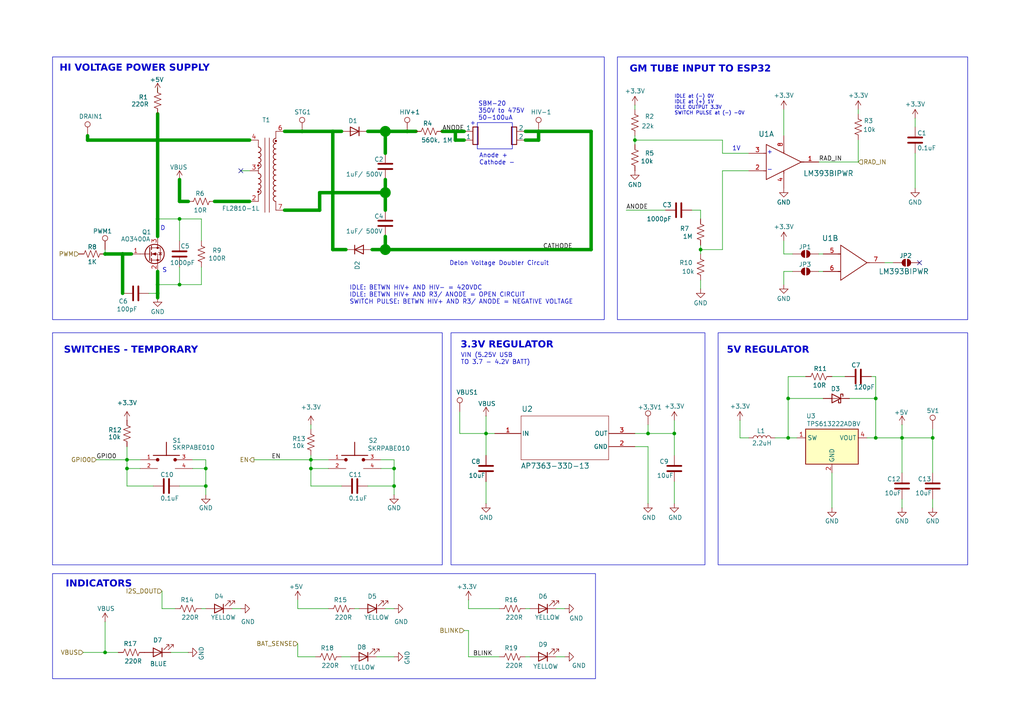
<source format=kicad_sch>
(kicad_sch (version 20250114) (generator "eeschema") (generator_version "9.0")
  (paper "A4")
  (rectangle (start 15.24 166.37) (end 172.72 196.85))
  (rectangle (start 138.43 35.56) (end 148.59 43.18))
  (rectangle (start 15.24 16.51) (end 175.26 92.71))
  (rectangle (start 208.28 96.52) (end 280.67 163.83))
  (rectangle (start 179.07 16.51) (end 280.67 92.71))
  (rectangle (start 130.81 96.52) (end 204.47 163.83))
  (rectangle (start 301.752 32.512) (end 365.252 48.768))
  (text "5V REGULATOR" (at 210.82 103.378 0) (effects (font (size 2 2) (thickness 0.4064) (bold yes)) (justify left bottom)))
  (text "GM TUBE INPUT TO ESP32" (at 182.626 21.844 0) (effects (font (size 2 2) (thickness 0.4064) (bold yes)) (justify left bottom)))
  (text "INDICATORS" (at 19.05 171.196 0) (effects (font (size 2 2) (thickness 0.4064) (bold yes)) (justify left bottom)))
  (text "-" (at 223.266 49.276 0) (effects (font (size 1.27 1.27))))
  (text "+" (at 137.16 35.814 0) (effects (font (size 1.27 1.27))))
  (text "HI VOLTAGE POWER SUPPLY" (at 17.272 21.59 0) (effects (font (size 2 2) (thickness 0.4064) (bold yes)) (justify left bottom)))
  (text "If the voltage at the inverting terminal (-) is \ngreater than the voltage at the noninverting terminal (+), \nthen the output of the op amp will be drawn down to ground, \nallowing electricity to flow from VCC to ground, turning on the output device. \n\nIf the voltage at the inverting terminal (-) is less than at the noninverting terminal (+), \nthen the output of the op amp stays at VCC allowing no electricity to flow, \nsince there is no electric potential difference across the output device.\n\n" (at 302.768 20.574 0) (effects (font (size 1.27 1.27)) (justify left)))
  (text "S" (at 47.752 78.486 0) (effects (font (size 1.27 1.27))))
  (text "Delon Voltage Doubler Circuit" (at 144.78 76.454 0) (effects (font (size 1.27 1.27))))
  (text "From SBM-20 datasheet\n-Typical current per pulse: ~100 µA.\n-Plateau slope: ~0.1% per volt (small deviations mean the \nresistor can adjust the voltage across the tube effectively).\n-Power Dissipation: The resistor must handle the continuous\ncurrent and occasional pulses:\nP=I^2⋅R\n" (at 303.53 40.64 0) (effects (font (size 1.27 1.27)) (justify left)))
  (text "1V" (at 212.344 43.18 0) (effects (font (size 1.27 1.27)) (justify left)))
  (text "VIN (5.25V USB \nTO 3.7 - 4.2V BATT)" (at 133.604 104.14 0) (effects (font (size 1.27 1.27)) (justify left)))
  (text "3.3V REGULATOR" (at 133.604 101.854 0) (effects (font (size 2 2) (thickness 0.4064) (bold yes)) (justify left bottom)))
  (text "SWITCHES - TEMPORARY" (at 18.542 103.378 0) (effects (font (size 2 2) (thickness 1.016) (bold yes)) (justify left bottom)))
  (text "Anode +\nCathode -" (at 138.938 46.228 0) (effects (font (size 1.27 1.27)) (justify left)))
  (text "SBM-20\n350V to 475V\n50-100uA" (at 138.684 32.258 0) (effects (font (size 1.27 1.27)) (justify left)))
  (text "IDLE at (-) 0V\nIDLE at (+) 1V\nIDLE OUTPUT 3.3V\nSWITCH PULSE at (-) -0V" (at 195.58 30.48 0) (effects (font (size 1 1)) (justify left)))
  (text "IDLE: BETWN HIV+ AND HIV- = 420VDC\nIDLE: BETWN HIV+ AND R3/ ANODE = OPEN CIRCUIT\nSWITCH PULSE: BETWN HIV+ AND R3/ ANODE = NEGATIVE VOLTAGE " (at 101.346 85.598 0) (effects (font (size 1.27 1.27)) (justify left)))
  (text "+" (at 223.266 44.196 0) (effects (font (size 1.27 1.27))))
  (text "D" (at 47.244 66.294 0) (effects (font (size 1.27 1.27))))
  (junction (at 45.72 40.64) (diameter 1))
  (junction (at 59.69 140.97))
  (junction (at 36.83 135.89))
  (junction (at 156.21 38.1))
  (junction (at 228.6 127))
  (junction (at 30.48 73.66))
  (junction (at 90.17 135.89))
  (junction (at 30.48 189.23))
  (junction (at 114.3 140.97))
  (junction (at 270.51 127))
  (junction (at 118.11 38.1))
  (junction (at 45.72 85.09))
  (junction (at 261.62 127))
  (junction (at 140.97 125.73))
  (junction (at 254 115.57))
  (junction (at 203.2 72.39))
  (junction (at 111.76 55.88) (diameter 3))
  (junction (at 35.56 73.66))
  (junction (at 45.72 82.55))
  (junction (at 52.07 82.55))
  (junction (at 36.83 133.35))
  (junction (at 132.08 38.1))
  (junction (at 111.76 72.39) (diameter 3))
  (junction (at 187.96 125.73))
  (junction (at 87.63 38.1))
  (junction (at 228.6 115.57))
  (junction (at 90.17 133.35))
  (junction (at 45.72 63.5))
  (junction (at 195.58 125.73))
  (junction (at 114.3 135.89))
  (junction (at 111.76 38.1) (diameter 3))
  (junction (at 59.69 135.89))
  (junction (at 96.52 38.1))
  (junction (at 254 127))
  (junction (at 52.07 63.5))
  (junction (at 184.15 40.64))
  (no_connect (at 69.85 49.53))
  (no_connect (at 266.7 76.2))
  (wire (pts (xy 161.29 176.53) (xy 163.83 176.53)))
  (wire (pts (xy 86.36 190.5) (xy 91.44 190.5)))
  (wire (pts (xy 52.07 52.07) (xy 52.07 58.42)) (stroke (width 1)))
  (wire (pts (xy 58.42 63.5) (xy 58.42 69.85)))
  (wire (pts (xy 69.85 49.53) (xy 72.39 49.53)))
  (wire (pts (xy 36.83 133.35) (xy 36.83 135.89)))
  (polyline (pts (xy 15.24 96.52) (xy 128.27 96.52)))
  (wire (pts (xy 45.72 25.4) (xy 45.72 26.67)))
  (wire (pts (xy 237.49 46.99) (xy 248.92 46.99)))
  (wire (pts (xy 30.48 72.39) (xy 30.48 73.66)))
  (wire (pts (xy 184.15 30.48) (xy 184.15 31.75)))
  (wire (pts (xy 55.88 135.89) (xy 59.69 135.89)))
  (wire (pts (xy 96.52 38.1) (xy 96.52 72.39)) (stroke (width 1)))
  (wire (pts (xy 184.15 125.73) (xy 187.96 125.73)))
  (wire (pts (xy 152.4 40.64) (xy 156.21 40.64)) (stroke (width 1)))
  (wire (pts (xy 36.83 135.89) (xy 36.83 140.97)))
  (wire (pts (xy 152.4 176.53) (xy 153.67 176.53)))
  (wire (pts (xy 86.36 186.69) (xy 86.36 190.5)))
  (wire (pts (xy 184.15 39.37) (xy 184.15 40.64)))
  (wire (pts (xy 52.07 82.55) (xy 45.72 82.55)))
  (wire (pts (xy 111.76 68.58) (xy 111.76 72.39)) (stroke (width 1)))
  (wire (pts (xy 254 127) (xy 261.62 127)))
  (wire (pts (xy 52.07 63.5) (xy 45.72 63.5)))
  (wire (pts (xy 227.33 78.74) (xy 227.33 82.55)))
  (wire (pts (xy 114.3 133.35) (xy 110.49 133.35)))
  (wire (pts (xy 52.07 77.47) (xy 52.07 82.55)))
  (wire (pts (xy 114.3 135.89) (xy 114.3 140.97)))
  (wire (pts (xy 90.17 133.35) (xy 90.17 135.89)))
  (wire (pts (xy 86.36 173.99) (xy 86.36 176.53)))
  (wire (pts (xy 45.72 85.09) (xy 45.72 82.55)))
  (wire (pts (xy 111.76 55.88) (xy 111.76 60.96)) (stroke (width 1)))
  (wire (pts (xy 92.71 55.88) (xy 111.76 55.88)) (stroke (width 1)))
  (wire (pts (xy 59.69 135.89) (xy 59.69 140.97)))
  (wire (pts (xy 248.92 40.64) (xy 248.92 46.99)))
  (wire (pts (xy 252.73 109.22) (xy 254 109.22)))
  (wire (pts (xy 140.97 120.65) (xy 140.97 125.73)))
  (wire (pts (xy 59.69 140.97) (xy 59.69 143.51)))
  (wire (pts (xy 24.13 189.23) (xy 30.48 189.23)))
  (wire (pts (xy 36.83 129.54) (xy 36.83 133.35)))
  (wire (pts (xy 90.17 132.08) (xy 90.17 133.35)))
  (wire (pts (xy 46.99 171.45) (xy 46.99 176.53)))
  (wire (pts (xy 246.38 115.57) (xy 254 115.57)))
  (wire (pts (xy 111.76 44.45) (xy 111.76 38.1)) (stroke (width 1)))
  (wire (pts (xy 111.76 38.1) (xy 118.11 38.1)) (stroke (width 1)))
  (wire (pts (xy 46.99 176.53) (xy 50.8 176.53)))
  (wire (pts (xy 265.43 34.29) (xy 265.43 36.83)))
  (wire (pts (xy 128.27 38.1) (xy 132.08 38.1)) (stroke (width 1)))
  (wire (pts (xy 43.18 85.09) (xy 45.72 85.09)))
  (wire (pts (xy 45.72 33.02) (xy 45.72 40.64)) (stroke (width 1)))
  (wire (pts (xy 135.89 176.53) (xy 144.78 176.53)))
  (wire (pts (xy 241.3 109.22) (xy 245.11 109.22)))
  (wire (pts (xy 237.49 78.74) (xy 238.76 78.74)))
  (wire (pts (xy 90.17 140.97) (xy 90.17 135.89)))
  (wire (pts (xy 25.4 40.64) (xy 45.72 40.64)) (stroke (width 1)))
  (wire (pts (xy 261.62 127) (xy 270.51 127)))
  (wire (pts (xy 96.52 38.1) (xy 99.06 38.1)) (stroke (width 1)))
  (wire (pts (xy 132.08 40.64) (xy 132.08 38.1)) (stroke (width 1)))
  (wire (pts (xy 203.2 81.28) (xy 203.2 83.82)))
  (wire (pts (xy 209.55 44.45) (xy 217.17 44.45)))
  (wire (pts (xy 140.97 125.73) (xy 133.35 125.73)))
  (wire (pts (xy 261.62 127) (xy 261.62 123.19)))
  (wire (pts (xy 134.62 40.64) (xy 132.08 40.64)) (stroke (width 1)))
  (wire (pts (xy 106.68 140.97) (xy 114.3 140.97)))
  (wire (pts (xy 195.58 125.73) (xy 195.58 132.08)))
  (wire (pts (xy 52.07 63.5) (xy 58.42 63.5)))
  (wire (pts (xy 90.17 135.89) (xy 95.25 135.89)))
  (wire (pts (xy 209.55 40.64) (xy 209.55 44.45)))
  (wire (pts (xy 87.63 38.1) (xy 96.52 38.1)) (stroke (width 1)))
  (wire (pts (xy 82.55 38.1) (xy 87.63 38.1)) (stroke (width 1)))
  (wire (pts (xy 217.17 49.53) (xy 209.55 49.53)))
  (wire (pts (xy 132.08 38.1) (xy 134.62 38.1)) (stroke (width 1)))
  (wire (pts (xy 200.66 60.96) (xy 203.2 60.96)))
  (wire (pts (xy 55.88 133.35) (xy 59.69 133.35)))
  (polyline (pts (xy 128.27 163.83) (xy 128.27 96.52)))
  (wire (pts (xy 187.96 123.19) (xy 187.96 125.73)))
  (wire (pts (xy 187.96 125.73) (xy 195.58 125.73)))
  (wire (pts (xy 140.97 125.73) (xy 140.97 132.08)))
  (polyline (pts (xy 15.24 96.52) (xy 15.24 163.83)))
  (wire (pts (xy 251.46 127) (xy 254 127)))
  (wire (pts (xy 67.31 176.53) (xy 69.85 176.53)))
  (wire (pts (xy 36.83 133.35) (xy 40.64 133.35)))
  (wire (pts (xy 228.6 109.22) (xy 228.6 115.57)))
  (wire (pts (xy 228.6 115.57) (xy 238.76 115.57)))
  (wire (pts (xy 209.55 49.53) (xy 209.55 72.39)))
  (wire (pts (xy 203.2 60.96) (xy 203.2 63.5)))
  (wire (pts (xy 254 115.57) (xy 254 127)))
  (wire (pts (xy 35.56 85.09) (xy 35.56 73.66)) (stroke (width 1)))
  (wire (pts (xy 237.49 73.66) (xy 238.76 73.66)))
  (wire (pts (xy 45.72 78.74) (xy 45.72 82.55)) (stroke (width 1)))
  (wire (pts (xy 92.71 60.96) (xy 82.55 60.96)) (stroke (width 1)))
  (wire (pts (xy 227.33 73.66) (xy 227.33 69.85)))
  (wire (pts (xy 209.55 72.39) (xy 203.2 72.39)))
  (wire (pts (xy 195.58 121.92) (xy 195.58 125.73)))
  (wire (pts (xy 36.83 140.97) (xy 44.45 140.97)))
  (wire (pts (xy 110.49 135.89) (xy 114.3 135.89)))
  (wire (pts (xy 45.72 63.5) (xy 45.72 68.58)) (stroke (width 1)))
  (wire (pts (xy 49.53 189.23) (xy 54.61 189.23)))
  (wire (pts (xy 248.92 31.75) (xy 248.92 33.02)))
  (wire (pts (xy 187.96 129.54) (xy 187.96 146.05)))
  (wire (pts (xy 99.06 140.97) (xy 90.17 140.97)))
  (wire (pts (xy 203.2 72.39) (xy 203.2 73.66)))
  (wire (pts (xy 270.51 124.46) (xy 270.51 127)))
  (wire (pts (xy 171.45 38.1) (xy 171.45 72.39)) (stroke (width 1)))
  (wire (pts (xy 135.89 182.88) (xy 134.62 182.88)))
  (wire (pts (xy 184.15 40.64) (xy 184.15 41.91)))
  (wire (pts (xy 135.89 190.5) (xy 144.78 190.5)))
  (wire (pts (xy 156.21 40.64) (xy 156.21 38.1)) (stroke (width 1)))
  (wire (pts (xy 30.48 189.23) (xy 34.29 189.23)))
  (wire (pts (xy 25.4 40.64) (xy 25.4 39.37)) (stroke (width 1)))
  (wire (pts (xy 52.07 140.97) (xy 59.69 140.97)))
  (wire (pts (xy 100.33 72.39) (xy 96.52 72.39)) (stroke (width 1)))
  (wire (pts (xy 36.83 135.89) (xy 40.64 135.89)))
  (wire (pts (xy 227.33 78.74) (xy 229.87 78.74)))
  (wire (pts (xy 152.4 190.5) (xy 153.67 190.5)))
  (wire (pts (xy 114.3 140.97) (xy 114.3 143.51)))
  (wire (pts (xy 106.68 38.1) (xy 111.76 38.1)) (stroke (width 1)))
  (wire (pts (xy 30.48 180.34) (xy 30.48 189.23)))
  (wire (pts (xy 135.89 173.99) (xy 135.89 176.53)))
  (wire (pts (xy 27.94 133.35) (xy 36.83 133.35)))
  (wire (pts (xy 261.62 127) (xy 261.62 137.16)))
  (wire (pts (xy 135.89 182.88) (xy 135.89 190.5)))
  (wire (pts (xy 58.42 176.53) (xy 59.69 176.53)))
  (wire (pts (xy 58.42 82.55) (xy 52.07 82.55)))
  (wire (pts (xy 140.97 125.73) (xy 143.51 125.73)))
  (wire (pts (xy 59.69 133.35) (xy 59.69 135.89)))
  (wire (pts (xy 45.72 82.55) (xy 45.72 85.09)) (stroke (width 1)))
  (wire (pts (xy 111.76 72.39) (xy 107.95 72.39)) (stroke (width 1)))
  (wire (pts (xy 45.72 40.64) (xy 45.72 63.5)) (stroke (width 1)))
  (wire (pts (xy 102.87 176.53) (xy 104.14 176.53)))
  (wire (pts (xy 58.42 77.47) (xy 58.42 82.55)))
  (wire (pts (xy 241.3 137.16) (xy 241.3 147.32)))
  (wire (pts (xy 203.2 71.12) (xy 203.2 72.39)))
  (wire (pts (xy 118.11 38.1) (xy 120.65 38.1)) (stroke (width 1)))
  (wire (pts (xy 228.6 115.57) (xy 228.6 127)))
  (wire (pts (xy 214.63 121.92) (xy 214.63 127)))
  (wire (pts (xy 156.21 38.1) (xy 171.45 38.1)) (stroke (width 1)))
  (wire (pts (xy 62.23 58.42) (xy 72.39 58.42)) (stroke (width 1)))
  (wire (pts (xy 254 109.22) (xy 254 115.57)))
  (wire (pts (xy 140.97 139.7) (xy 140.97 146.05)))
  (wire (pts (xy 114.3 135.89) (xy 114.3 133.35)))
  (wire (pts (xy 111.76 72.39) (xy 171.45 72.39)) (stroke (width 1)))
  (wire (pts (xy 184.15 129.54) (xy 187.96 129.54)))
  (wire (pts (xy 90.17 123.19) (xy 90.17 124.46)))
  (wire (pts (xy 270.51 127) (xy 270.51 137.16)))
  (wire (pts (xy 111.76 176.53) (xy 114.3 176.53)))
  (wire (pts (xy 228.6 127) (xy 231.14 127)))
  (wire (pts (xy 261.62 144.78) (xy 261.62 147.32)))
  (wire (pts (xy 195.58 139.7) (xy 195.58 146.05)))
  (wire (pts (xy 99.06 190.5) (xy 101.6 190.5)))
  (wire (pts (xy 86.36 176.53) (xy 95.25 176.53)))
  (wire (pts (xy 256.54 76.2) (xy 259.08 76.2)))
  (wire (pts (xy 111.76 52.07) (xy 111.76 55.88)) (stroke (width 1)))
  (wire (pts (xy 228.6 109.22) (xy 233.68 109.22)))
  (wire (pts (xy 270.51 144.78) (xy 270.51 147.32)))
  (wire (pts (xy 35.56 73.66) (xy 38.1 73.66)) (stroke (width 1)))
  (wire (pts (xy 109.22 190.5) (xy 114.3 190.5)))
  (polyline (pts (xy 15.24 163.83) (xy 128.27 163.83)))
  (wire (pts (xy 52.07 63.5) (xy 52.07 69.85)))
  (wire (pts (xy 181.61 60.96) (xy 193.04 60.96)))
  (wire (pts (xy 227.33 31.75) (xy 227.33 39.37)))
  (wire (pts (xy 224.79 127) (xy 228.6 127)))
  (wire (pts (xy 45.72 40.64) (xy 72.39 40.64)) (stroke (width 1)))
  (wire (pts (xy 184.15 40.64) (xy 209.55 40.64)))
  (wire (pts (xy 229.87 73.66) (xy 227.33 73.66)))
  (wire (pts (xy 92.71 55.88) (xy 92.71 60.96)) (stroke (width 1)))
  (wire (pts (xy 45.72 85.09) (xy 45.72 86.36)) (stroke (width 1)))
  (wire (pts (xy 133.35 125.73) (xy 133.35 119.38)))
  (wire (pts (xy 161.29 190.5) (xy 163.83 190.5)))
  (wire (pts (xy 265.43 44.45) (xy 265.43 54.61)))
  (wire (pts (xy 152.4 38.1) (xy 156.21 38.1)) (stroke (width 1)))
  (wire (pts (xy 52.07 58.42) (xy 54.61 58.42)) (stroke (width 1)))
  (wire (pts (xy 214.63 127) (xy 217.17 127)))
  (wire (pts (xy 73.66 133.35) (xy 90.17 133.35)))
  (wire (pts (xy 90.17 133.35) (xy 95.25 133.35)))
  (wire (pts (xy 30.48 73.66) (xy 35.56 73.66)) (stroke (width 1)))
  (label "ANODE" (at 128.27 38.1 0))
  (label "ANODE" (at 181.61 60.96 0))
  (label "GPIO0" (at 27.94 133.35 0))
  (label "BLINK" (at 137.16 190.5 0))
  (label "EN" (at 78.74 133.35 0))
  (label "RAD_IN" (at 237.49 46.99 0))
  (label "CATHODE" (at 157.48 72.39 0))
  (hierarchical_label "BAT_SENSE" (shape input) (at 86.36 186.69 180))
  (hierarchical_label "PWM" (shape input) (at 22.86 73.66 180))
  (hierarchical_label "GPIO0" (shape input) (at 27.94 133.35 180))
  (hierarchical_label "BLINK" (shape input) (at 134.62 182.88 180))
  (hierarchical_label "I2S_DOUT" (shape input) (at 46.99 171.45 180))
  (hierarchical_label "RAD_IN" (shape input) (at 248.92 46.99 0))
  (hierarchical_label "EN" (shape output) (at 73.66 133.35 180))
  (hierarchical_label "VBUS" (shape input) (at 24.13 189.23 180))
  (symbol (lib_id "Jumper:SolderJumper_2_Open") (at 233.68 73.66 180) (unit 1)
    (property "Reference" "JP1" (at 231.648 71.628 0) (effects (justify right)))
    (property "Value" "SolderJumper_2_Open" (effects (hide yes)))
    (property "Footprint" "Jumper:SolderJumper-2_P1.3mm_Open_RoundedPad1.0x1.5mm" (effects (hide yes)))
    (property "Description" "Solder Jumper, 2-pole, open" (effects (hide yes)))
  )
  (symbol (lib_name "C_2") (lib_id "Device:C") (at 111.76 64.77 180) (unit 1)
    (property "Reference" "C4" (at 111.252 62.738 0) (effects (justify left)))
    (property "Value" "1uF/ 500V" (at 110.998 67.056 0) (effects (justify left)))
    (property "Footprint" "Capacitor_SMD:C_2220_5750Metric" (effects (hide yes)))
    (property "Description" "Polarized capacitor" (effects (hide yes)))
    (property "MPN" "CHV2220N500105KXT" (effects (hide yes)))
  )
  (symbol (lib_name "C_3") (lib_id "Device:C") (at 39.37 85.09 90) (unit 1)
    (property "Reference" "C6" (at 37.084 87.376 90) (effects (justify left)))
    (property "Value" "100pF" (at 39.878 89.662 90) (effects (justify left)))
    (property "Footprint" "Capacitor_SMD:C_0805_2012Metric" (effects (hide yes)))
    (property "Description" "Unpolarized capacitor" (effects (hide yes)))
    (property "MPN" "C0805C101J5GACTU" (effects (hide yes)))
    (property "ALT MPN" "C0805C471K5RACTU" (effects (hide yes)))
  )
  (symbol (lib_name "LM393BIPWR_1") (lib_id "LM393BIPWR:LM393BIPWR") (at 238.76 73.66 0) (unit 2)
    (property "Reference" "U1" (at 240.792 69.088 0) (effects (font (size 1.524 1.524))))
    (property "Value" "LM393BIPWR" (at 262.128 78.74 0) (effects (font (size 1.524 1.524))))
    (property "Footprint" "LM393BIPWR:PW0008A-MFG" (effects (hide yes)))
    (property "Datasheet" "LM393BIPWR" (effects (hide yes)))
  )
  (symbol (lib_id "power:GND") (at 54.61 189.23 90) (unit 1)
    (property "Reference" "#PWR034" (effects (hide yes)))
    (property "Value" "GND" (at 58.42 187.452 0) (effects (justify right)))
  )
  (symbol (lib_id "Device:C") (at 102.87 140.97 270) (unit 1)
    (property "Reference" "C11" (at 101.092 137.668 90) (effects (justify left)))
    (property "Value" "0.1uF" (at 101.092 144.526 90) (effects (justify left)))
    (property "Footprint" "Capacitor_SMD:C_0805_2012Metric" (effects (hide yes)))
    (property "Datasheet" "https://www.digikey.com/en/products/detail/yageo/CC0805KRX7R9BB104/302874" (effects (hide yes)))
    (property "Description" "Unpolarized capacitor" (effects (hide yes)))
    (property "MPN" "CC0805KRX7R9BB104" (effects (hide yes)))
  )
  (symbol (lib_id "Device:C") (at 265.43 40.64 180) (unit 1)
    (property "Reference" "C1" (at 268.732 38.608 0) (effects (justify left)))
    (property "Value" "0.1uF" (at 271.526 42.926 0) (effects (justify left)))
    (property "Footprint" "Capacitor_SMD:C_0805_2012Metric" (effects (hide yes)))
    (property "Datasheet" "https://www.digikey.com/en/products/detail/yageo/CC0805KRX7R9BB104/302874" (effects (hide yes)))
    (property "Description" "Unpolarized capacitor" (effects (hide yes)))
    (property "MPN" "CC0805KRX7R9BB104" (effects (hide yes)))
  )
  (symbol (lib_id "Device:R_US") (at 26.67 73.66 270) (unit 1)
    (property "Reference" "R8" (at 25.4 71.628 90) (effects (justify left)))
    (property "Value" "1K" (at 25.4 75.946 90) (effects (justify left)))
    (property "Footprint" "Resistor_SMD:R_0805_2012Metric" (effects (hide yes)))
    (property "Description" "Resistor, US symbol" (effects (hide yes)))
    (property "MPN" "RNCP0805FTD1K00" (effects (hide yes)))
  )
  (symbol (lib_id "power:GND") (at 69.85 176.53 90) (unit 1)
    (property "Reference" "#PWR030" (effects (hide yes)))
    (property "Value" "GND" (at 69.85 180.34 90) (effects (justify right)))
  )
  (symbol (lib_id "power:GND") (at 187.96 146.05 0) (unit 1)
    (property "Reference" "#PWR023" (effects (hide yes)))
    (property "Value" "GND" (at 188.214 150.114 0))
  )
  (symbol (lib_id "power:+3.3V") (at 90.17 123.19 0) (unit 1)
    (property "Reference" "#PWR018" (effects (hide yes)))
    (property "Value" "+3.3V" (at 90.17 118.11 0))
    (property "Description" "Power symbol creates a global label with name \"+3.3V\"" (effects (hide yes)))
  )
  (symbol (lib_id "power:GND") (at 59.69 143.51 0) (unit 1)
    (property "Reference" "#PWR020" (effects (hide yes)))
    (property "Value" "GND" (at 59.69 147.32 0))
  )
  (symbol (lib_id "Device:R_US") (at 124.46 38.1 270) (unit 1)
    (property "Reference" "R4" (at 122.682 35.814 90) (effects (justify left)))
    (property "Value" "560k, 1M" (at 122.174 40.64 90) (effects (justify left)))
    (property "Footprint" "Resistor_SMD:R_2512_6332Metric" (effects (hide yes)))
    (property "Description" "Resistor, US symbol" (effects (hide yes)))
    (property "MPN" "CRGP2512F560K" (effects (hide yes)))
    (property "ALT MPN" "CRGP2512F1M0 " (effects (hide yes)))
  )
  (symbol (lib_id "Device:R_US") (at 58.42 58.42 270) (unit 1)
    (property "Reference" "R6" (at 56.642 56.134 90) (effects (justify left)))
    (property "Value" "10R" (at 56.134 60.96 90) (effects (justify left)))
    (property "Footprint" "Resistor_SMD:R_2512_6332Metric" (effects (hide yes)))
    (property "Description" "Resistor, US symbol" (effects (hide yes)))
    (property "MPN" "352210RJT" (effects (hide yes)))
  )
  (symbol (lib_id "Device:R_US") (at 90.17 128.27 180) (unit 1)
    (property "Reference" "R13" (at 88.646 127.254 0) (effects (justify left)))
    (property "Value" "10k" (at 88.392 129.286 0) (effects (justify left)))
    (property "Footprint" "Resistor_SMD:R_0805_2012Metric" (effects (hide yes)))
    (property "Description" "Resistor, US symbol" (effects (hide yes)))
    (property "MPN" "RMCF0805FT10K0" (effects (hide yes)))
  )
  (symbol (lib_id "Device:C") (at 195.58 135.89 0) (unit 1)
    (property "Reference" "C9" (at 191.262 133.858 0) (effects (justify left)))
    (property "Value" "10uF" (at 190.5 137.922 0) (effects (justify left)))
    (property "Footprint" "Capacitor_SMD:C_0805_2012Metric" (effects (hide yes)))
    (property "Description" "Unpolarized capacitor" (effects (hide yes)))
    (property "MPN" "CL21B106KPQNNNE" (effects (hide yes)))
  )
  (symbol (lib_id "power:+3.3V") (at 248.92 31.75 0) (unit 1)
    (property "Reference" "#PWR04" (effects (hide yes)))
    (property "Value" "+3.3V" (at 248.92 27.686 0))
    (property "Description" "Power symbol creates a global label with name \"+3.3V\"" (effects (hide yes)))
  )
  (symbol (lib_id "power:GND") (at 114.3 190.5 90) (unit 1)
    (property "Reference" "#PWR035" (effects (hide yes)))
    (property "Value" "GND" (at 118.11 188.722 0) (effects (justify right)))
  )
  (symbol (lib_id "Device:LED") (at 157.48 190.5 180) (unit 1)
    (property "Reference" "D9" (at 157.48 186.944 0))
    (property "Value" "YELLOW" (at 158.242 193.294 0))
    (property "Footprint" "LED_SMD:LED_0805_2012Metric" (effects (hide yes)))
    (property "MPN" "150080YS75000" (effects (hide yes)))
  )
  (symbol (lib_id "SKRPABE010:SKRPABE010") (at 102.87 133.35 0) (unit 1)
    (property "Reference" "S2" (at 108.204 127.762 0))
    (property "Value" "SKRPABE010" (at 112.776 130.048 0))
    (property "Footprint" "SKRPABE010:SW_SKRPABE010" (effects (hide yes)))
    (property "STANDARD" "Manufacturer Recommendations" (effects (hide yes)))
    (property "MAXIMUM_PACKAGE_HEIGHT" "2.5 mm" (effects (hide yes)))
    (property "MANUFACTURER" "Alps" (effects (hide yes)))
    (property "MPN" "SKRPABE010" (effects (hide yes)))
  )
  (symbol (lib_id "Regulator_Switching:TPS613222ADBV") (at 241.3 129.54 0) (unit 1)
    (property "Reference" "U3" (at 235.204 120.65 0))
    (property "Value" "TPS613222ADBV" (at 241.808 122.936 0))
    (property "Footprint" "Package_TO_SOT_SMD:SOT-23-5" (effects (hide yes)))
    (property "Datasheet" "http://www.ti.com/lit/ds/symlink/tps61322.pdf" (effects (hide yes)))
    (property "Description" "1.8A Step-Up Converter, 5V Output Voltage, 0.9-5.5V Input Voltage, SOT-23-5" (effects (hide yes)))
    (property "MPN" "TPS613222ADBV" (effects (hide yes)))
  )
  (symbol (lib_id "power:+3.3V") (at 214.63 121.92 0) (unit 1)
    (property "Reference" "#PWR017" (effects (hide yes)))
    (property "Value" "+3.3V" (at 214.63 117.856 0))
    (property "Description" "Power symbol creates a global label with name \"+3.3V\"" (effects (hide yes)))
  )
  (symbol (lib_id "Device:C") (at 270.51 140.97 0) (unit 1)
    (property "Reference" "C13" (at 266.192 138.938 0) (effects (justify left)))
    (property "Value" "10uF" (at 265.43 143.002 0) (effects (justify left)))
    (property "Footprint" "Capacitor_SMD:C_0805_2012Metric" (effects (hide yes)))
    (property "Description" "Unpolarized capacitor" (effects (hide yes)))
    (property "MPN" "CL21B106KPQNNNE" (effects (hide yes)))
  )
  (symbol (lib_id "power:+3.3V") (at 195.58 121.92 0) (unit 1)
    (property "Reference" "#PWR016" (effects (hide yes)))
    (property "Value" "+3.3V" (at 195.58 117.856 0))
    (property "Description" "Power symbol creates a global label with name \"+3.3V\"" (effects (hide yes)))
  )
  (symbol (lib_id "Jumper:SolderJumper_2_Open") (at 262.89 76.2 180) (unit 1)
    (property "Reference" "JP2" (at 260.858 74.168 0) (effects (justify right)))
    (property "Value" "SolderJumper_2_Open" (effects (hide yes)))
    (property "Footprint" "Jumper:SolderJumper-2_P1.3mm_Open_RoundedPad1.0x1.5mm" (effects (hide yes)))
    (property "Description" "Solder Jumper, 2-pole, open" (effects (hide yes)))
  )
  (symbol (lib_id "Device:R_US") (at 45.72 29.21 180) (unit 1)
    (property "Reference" "R1" (at 42.926 28.194 0) (effects (justify left)))
    (property "Value" "220R" (at 43.18 30.226 0) (effects (justify left)))
    (property "Footprint" "Resistor_SMD:R_0805_2012Metric" (effects (hide yes)))
    (property "Description" "Resistor, US symbol" (effects (hide yes)))
    (property "MPN" "RK73B2ATTD221J" (effects (hide yes)))
  )
  (symbol (lib_id "Connector:TestPoint") (at 118.11 38.1 0) (unit 1)
    (property "Reference" "HIV+1" (at 115.824 32.512 0) (effects (justify left)))
    (property "Value" "TestPoint" (effects (hide yes)))
    (property "Footprint" "Connector_Pin:Pin_D1.0mm_L10.0mm" (effects (hide yes)))
    (property "Description" "test point" (effects (hide yes)))
  )
  (symbol (lib_id "Connector:TestPoint") (at 30.48 72.39 0) (unit 1)
    (property "Reference" "PWM1" (at 26.924 67.056 0) (effects (justify left)))
    (property "Value" "TestPoint" (effects (hide yes)))
    (property "Footprint" "Connector_Pin:Pin_D1.0mm_L10.0mm" (effects (hide yes)))
    (property "Description" "test point" (effects (hide yes)))
  )
  (symbol (lib_id "Device:C") (at 248.92 109.22 270) (unit 1)
    (property "Reference" "C7" (at 246.888 105.918 90) (effects (justify left)))
    (property "Value" "120pF" (at 247.65 112.268 90) (effects (justify left)))
    (property "Footprint" "Capacitor_SMD:C_0805_2012Metric" (effects (hide yes)))
    (property "Description" "Unpolarized capacitor" (effects (hide yes)))
    (property "MPN" "C0805C121J5GACTU" (effects (hide yes)))
  )
  (symbol (lib_id "Connector:TestPoint") (at 187.96 123.19 0) (unit 1)
    (property "Reference" "+3.3V1" (at 184.912 118.11 0) (effects (justify left)))
    (property "Value" "TestPoint" (effects (hide yes)))
    (property "Footprint" "Connector_Pin:Pin_D1.0mm_L10.0mm" (effects (hide yes)))
    (property "Description" "test point" (effects (hide yes)))
  )
  (symbol (lib_id "power:+3.3V") (at 184.15 30.48 0) (unit 1)
    (property "Reference" "#PWR02" (effects (hide yes)))
    (property "Value" "+3.3V" (at 184.15 26.416 0))
    (property "Description" "Power symbol creates a global label with name \"+3.3V\"" (effects (hide yes)))
  )
  (symbol (lib_id "power:GND") (at 241.3 147.32 0) (unit 1)
    (property "Reference" "#PWR025" (effects (hide yes)))
    (property "Value" "GND" (at 241.3 151.13 0))
  )
  (symbol (lib_id "Device:R_US") (at 203.2 67.31 180) (unit 1)
    (property "Reference" "R7" (at 199.898 66.294 0) (effects (justify left)))
    (property "Value" "1M" (at 200.914 68.58 0) (effects (justify left)))
    (property "Footprint" "Resistor_SMD:R_1210_3225Metric" (effects (hide yes)))
    (property "Description" "Resistor, US symbol" (effects (hide yes)))
    (property "MPN" "RC1210FR-071ML" (effects (hide yes)))
  )
  (symbol (lib_id "power:GND") (at 265.43 54.61 0) (unit 1)
    (property "Reference" "#PWR09" (effects (hide yes)))
    (property "Value" "GND" (at 265.43 58.674 0))
    (property "Description" "Power symbol creates a global label with name \"GND\" , ground" (effects (hide yes)))
  )
  (symbol (lib_id "Device:D") (at 102.87 38.1 180) (unit 1)
    (property "Reference" "D1" (at 102.362 35.052 0))
    (property "Value" "ES1H" (effects (hide yes)))
    (property "Footprint" "ES1H:DIOM4226X244N" (effects (hide yes)))
    (property "Description" "Diode" (effects (hide yes)))
    (property "MPN" "ES1H" (effects (hide yes)))
  )
  (symbol (lib_id "power:+5V") (at 30.48 180.34 0) (unit 1)
    (property "Reference" "#PWR033" (effects (hide yes)))
    (property "Value" "VBUS" (at 30.734 176.53 0))
  )
  (symbol (lib_id "Device:C") (at 261.62 140.97 0) (unit 1)
    (property "Reference" "C12" (at 257.302 138.938 0) (effects (justify left)))
    (property "Value" "10uF" (at 256.54 143.002 0) (effects (justify left)))
    (property "Footprint" "Capacitor_SMD:C_0805_2012Metric" (effects (hide yes)))
    (property "Description" "Unpolarized capacitor" (effects (hide yes)))
    (property "MPN" "CL21B106KPQNNNE" (effects (hide yes)))
  )
  (symbol (lib_id "Device:R_US") (at 99.06 176.53 270) (unit 1)
    (property "Reference" "R15" (at 96.774 173.99 90) (effects (justify left)))
    (property "Value" "220R" (at 97.028 179.07 90) (effects (justify left)))
    (property "Footprint" "Resistor_SMD:R_0805_2012Metric" (effects (hide yes)))
    (property "MPN" "RK73B2ATTD221J" (effects (hide yes)))
  )
  (symbol (lib_id "power:GND") (at 163.83 190.5 90) (unit 1)
    (property "Reference" "#PWR036" (effects (hide yes)))
    (property "Value" "GND" (at 165.862 193.04 90) (effects (justify right)))
  )
  (symbol (lib_id "Transformer:FL2810-1L_Coilcraft") (at 77.47 49.53 0) (unit 1)
    (property "Reference" "T1" (at 77.216 34.798 0))
    (property "Value" "FL2810-1L" (at 69.85 60.452 0))
    (property "Footprint" "Transformer_SMD:Transformer_Coilcraft_FL2810-1L" (effects (hide yes)))
    (property "Datasheet" "https://componentsearchengine.com/Datasheets/1/54100C.pdf" (effects (hide yes)))
    (property "Description" "Step-up SMD 1:1:100 Coilcraft, 1:1:100" (effects (hide yes)))
    (property "Height" "8.45" (effects (hide yes)))
    (property "Coilcraft" "FL2810-1L" (effects (hide yes)))
    (property "Coilcraft price" "5.43" (effects (hide yes)))
    (property "MPN" "FL2810-1L" (effects (hide yes)))
    (property "Manufacturer_Part_Number" "54100C" (effects (hide yes)))
    (property "Mouser Part Number" "580-54100C" (effects (hide yes)))
    (property "Mouser Price/Stock" "https://www.mouser.com/Search/Refine.aspx?Keyword=580-54100C" (effects (hide yes)))
    (property "Manufacturer_Name" "Murata Electronics" (effects (hide yes)))
  )
  (symbol (lib_id "Device:D") (at 104.14 72.39 0) (unit 1)
    (property "Reference" "D2" (at 103.632 76.962 90))
    (property "Value" "ES1H" (effects (hide yes)))
    (property "Footprint" "ES1H:DIOM4226X244N" (effects (hide yes)))
    (property "Description" "Diode" (effects (hide yes)))
    (property "MPN" "ES1H" (effects (hide yes)))
  )
  (symbol (lib_id "Device:C") (at 140.97 135.89 0) (unit 1)
    (property "Reference" "C8" (at 136.652 133.858 0) (effects (justify left)))
    (property "Value" "10uF" (at 135.89 137.922 0) (effects (justify left)))
    (property "Footprint" "Capacitor_SMD:C_0805_2012Metric" (effects (hide yes)))
    (property "Description" "Unpolarized capacitor" (effects (hide yes)))
    (property "MPN" "CL21B106KPQNNNE" (effects (hide yes)))
  )
  (symbol (lib_id "Device:L") (at 220.98 127 90) (unit 1)
    (property "Reference" "L1" (at 220.726 124.968 90))
    (property "Value" "2.2uH" (at 220.98 128.524 90))
    (property "Footprint" "Inductor_SMD:L_1008_2520Metric" (effects (hide yes)))
    (property "Description" "Inductor" (effects (hide yes)))
    (property "MPN" "DFE252012F-2R2M=P2" (effects (hide yes)))
  )
  (symbol (lib_id "Device:C") (at 48.26 140.97 270) (unit 1)
    (property "Reference" "C10" (at 46.482 137.668 90) (effects (justify left)))
    (property "Value" "0.1uF" (at 46.482 144.526 90) (effects (justify left)))
    (property "Footprint" "Capacitor_SMD:C_0805_2012Metric" (effects (hide yes)))
    (property "Datasheet" "https://www.digikey.com/en/products/detail/yageo/CC0805KRX7R9BB104/302874" (effects (hide yes)))
    (property "Description" "Unpolarized capacitor" (effects (hide yes)))
    (property "MPN" "CC0805KRX7R9BB104" (effects (hide yes)))
  )
  (symbol (lib_id "power:+3.3V") (at 227.33 69.85 0) (unit 1)
    (property "Reference" "#PWR010" (effects (hide yes)))
    (property "Value" "+3.3V" (at 227.33 65.786 0))
    (property "Description" "Power symbol creates a global label with name \"+3.3V\"" (effects (hide yes)))
  )
  (symbol (lib_id "Connector:TestPoint") (at 156.21 38.1 0) (unit 1)
    (property "Reference" "HIV-1" (at 153.924 32.512 0) (effects (justify left)))
    (property "Value" "TestPoint" (effects (hide yes)))
    (property "Footprint" "Connector_Pin:Pin_D1.0mm_L10.0mm" (effects (hide yes)))
    (property "Description" "test point" (effects (hide yes)))
  )
  (symbol (lib_id "power:+3.3V") (at 265.43 34.29 0) (unit 1)
    (property "Reference" "#PWR05" (effects (hide yes)))
    (property "Value" "+3.3V" (at 265.43 30.226 0))
    (property "Description" "Power symbol creates a global label with name \"+3.3V\"" (effects (hide yes)))
  )
  (symbol (lib_id "power:+5V") (at 261.62 123.19 0) (unit 1)
    (property "Reference" "#PWR019" (effects (hide yes)))
    (property "Value" "+5V" (at 261.366 119.634 0))
    (property "Description" "Power symbol creates a global label with name \"+5V\"" (effects (hide yes)))
  )
  (symbol (lib_id "Jumper:SolderJumper_2_Open") (at 233.68 78.74 180) (unit 1)
    (property "Reference" "JP3" (at 231.648 76.708 0) (effects (justify right)))
    (property "Value" "SolderJumper_2_Open" (effects (hide yes)))
    (property "Footprint" "Jumper:SolderJumper-2_P1.3mm_Open_RoundedPad1.0x1.5mm" (effects (hide yes)))
    (property "Description" "Solder Jumper, 2-pole, open" (effects (hide yes)))
  )
  (symbol (lib_id "power:+3.3V") (at 135.89 173.99 0) (unit 1)
    (property "Reference" "#PWR029" (effects (hide yes)))
    (property "Value" "+3.3V" (at 135.382 170.18 0))
    (property "Description" "Power symbol creates a global label with name \"+3.3V\"" (effects (hide yes)))
  )
  (symbol (lib_id "Device:LED") (at 157.48 176.53 180) (unit 1)
    (property "Reference" "D6" (at 157.48 172.974 0))
    (property "Value" "YELLOW" (at 158.75 179.07 0))
    (property "Footprint" "LED_SMD:LED_0805_2012Metric" (effects (hide yes)))
    (property "MPN" "150080YS75000" (effects (hide yes)))
  )
  (symbol (lib_id "power:GND") (at 114.3 143.51 0) (unit 1)
    (property "Reference" "#PWR021" (effects (hide yes)))
    (property "Value" "GND" (at 114.3 147.32 0))
  )
  (symbol (lib_id "SKRPABE010:SKRPABE010") (at 48.26 133.35 0) (unit 1)
    (property "Reference" "S1" (at 51.308 127.762 0))
    (property "Value" "SKRPABE010" (at 56.134 129.794 0))
    (property "Footprint" "SKRPABE010:SW_SKRPABE010" (effects (hide yes)))
    (property "MANUFACTURER" "Alps" (effects (hide yes)))
    (property "MPN" "SKRPABE010" (effects (hide yes)))
  )
  (symbol (lib_id "Device:D_Schottky") (at 242.57 115.57 0) (mirror y) (unit 1)
    (property "Reference" "D3" (at 242.316 112.776 0))
    (property "Value" "D_Schottky" (effects (hide yes)))
    (property "Footprint" "Diode_SMD:D_SOD-323" (effects (hide yes)))
    (property "Description" "DIODE SCHOTTKY 10V 100MA USC" (effects (hide yes)))
    (property "MPN" "1SS367,H3F" (effects (hide yes)))
  )
  (symbol (lib_id "Device:R_US") (at 203.2 77.47 180) (unit 1)
    (property "Reference" "R10" (at 200.914 76.2 0) (effects (justify left)))
    (property "Value" "10k" (at 201.422 78.74 0) (effects (justify left)))
    (property "Footprint" "Resistor_SMD:R_0805_2012Metric" (effects (hide yes)))
    (property "Description" "Resistor, US symbol" (effects (hide yes)))
    (property "MPN" "RMCF0805FT10K0" (effects (hide yes)))
  )
  (symbol (lib_name "LED_2") (lib_id "Device:LED") (at 107.95 176.53 180) (unit 1)
    (property "Reference" "D5" (at 107.95 172.974 0))
    (property "Value" "YELLOW" (at 109.22 179.07 0))
    (property "Footprint" "LED_SMD:LED_0805_2012Metric" (effects (hide yes)))
    (property "MPN" "150080YS75000" (effects (hide yes)))
  )
  (symbol (lib_id "power:+3.3V") (at 36.83 121.92 0) (unit 1)
    (property "Reference" "#PWR015" (effects (hide yes)))
    (property "Value" "+3.3V" (at 36.83 116.84 0))
    (property "Description" "Power symbol creates a global label with name \"+3.3V\"" (effects (hide yes)))
  )
  (symbol (lib_id "power:GND") (at 163.83 176.53 90) (unit 1)
    (property "Reference" "#PWR032" (effects (hide yes)))
    (property "Value" "GND" (at 165.1 179.324 90) (effects (justify right)))
  )
  (symbol (lib_id "Device:R_US") (at 184.15 35.56 180) (unit 1)
    (property "Reference" "R2" (at 189.738 33.782 0) (effects (justify left)))
    (property "Value" "22k" (at 189.738 36.576 0) (effects (justify left)))
    (property "Footprint" "Resistor_SMD:R_0805_2012Metric" (effects (hide yes)))
    (property "Description" "Resistor, US symbol" (effects (hide yes)))
    (property "MPN" "RMCF0805JT22K0" (effects (hide yes)))
  )
  (symbol (lib_id "Connector:TestPoint") (at 133.35 119.38 0) (unit 1)
    (property "Reference" "VBUS1" (at 132.334 113.792 0) (effects (justify left)))
    (property "Value" "TestPoint" (effects (hide yes)))
    (property "Footprint" "Connector_Pin:Pin_D1.0mm_L10.0mm" (effects (hide yes)))
    (property "Description" "test point" (effects (hide yes)))
  )
  (symbol (lib_id "Connector:TestPoint") (at 270.51 124.46 0) (unit 1)
    (property "Reference" "5V1" (at 268.732 119.126 0) (effects (justify left)))
    (property "Value" "TestPoint" (effects (hide yes)))
    (property "Footprint" "Connector_Pin:Pin_D1.0mm_L10.0mm" (effects (hide yes)))
    (property "Description" "test point" (effects (hide yes)))
  )
  (symbol (lib_id "power:+3.3V") (at 227.33 31.75 0) (unit 1)
    (property "Reference" "#PWR03" (effects (hide yes)))
    (property "Value" "+3.3V" (at 227.33 27.686 0))
    (property "Description" "Power symbol creates a global label with name \"+3.3V\"" (effects (hide yes)))
  )
  (symbol (lib_id "Device:R_US") (at 237.49 109.22 270) (unit 1)
    (property "Reference" "R11" (at 235.966 106.934 90) (effects (justify left)))
    (property "Value" "10R" (at 235.712 111.76 90) (effects (justify left)))
    (property "Footprint" "Resistor_SMD:R_0805_2012Metric" (effects (hide yes)))
    (property "Description" "Resistor, US symbol" (effects (hide yes)))
    (property "MPN" "RMCF0603FT10R0" (effects (hide yes)))
  )
  (symbol (lib_id "power:GND") (at 203.2 83.82 0) (unit 1)
    (property "Reference" "#PWR012" (effects (hide yes)))
    (property "Value" "GND" (at 203.2 87.884 0))
    (property "Description" "Power symbol creates a global label with name \"GND\" , ground" (effects (hide yes)))
  )
  (symbol (lib_name "C_6") (lib_id "Device:C") (at 196.85 60.96 90) (unit 1)
    (property "Reference" "C3" (at 194.818 59.436 90) (effects (justify left)))
    (property "Value" "1000pF" (at 194.818 63.5 90) (effects (justify left)))
    (property "Footprint" "Capacitor_SMD:C_0805_2012Metric" (effects (hide yes)))
    (property "Description" "Unpolarized capacitor" (effects (hide yes)))
    (property "MPN" "C2012C0G2W102J060AA" (effects (hide yes)))
  )
  (symbol (lib_id "power:+5V") (at 45.72 26.67 0) (unit 1)
    (property "Reference" "#PWR01" (effects (hide yes)))
    (property "Value" "+5V" (at 45.466 23.114 0))
    (property "Description" "Power symbol creates a global label with name \"+5V\"" (effects (hide yes)))
  )
  (symbol (lib_id "Device:R_US") (at 58.42 73.66 180) (unit 1)
    (property "Reference" "R9" (at 64.262 72.644 0) (effects (justify left)))
    (property "Value" "100R" (at 65.532 74.93 0) (effects (justify left)))
    (property "Footprint" "Resistor_SMD:R_0805_2012Metric" (effects (hide yes)))
    (property "Description" "Resistor, US symbol" (effects (hide yes)))
    (property "MPN" "ERJ-P06J101V" (effects (hide yes)))
  )
  (symbol (lib_name "LED_3") (lib_id "Device:LED") (at 105.41 190.5 180) (unit 1)
    (property "Reference" "D8" (at 104.902 187.706 0))
    (property "Value" "YELLOW" (at 105.156 193.548 0))
    (property "Footprint" "LED_SMD:LED_0805_2012Metric" (effects (hide yes)))
    (property "MPN" "150080YS75000" (effects (hide yes)))
  )
  (symbol (lib_id "AP7363_33D_13:AP7363-33D-13") (at 128.27 125.73 0) (unit 1)
    (property "Reference" "U2" (at 152.908 118.618 0) (effects (font (size 1.524 1.524))))
    (property "Value" "AP7363-33D-13" (at 161.036 135.128 0) (effects (font (size 1.524 1.524))))
    (property "Footprint" "AP7363_33D_13:TO252-3L_DIO" (effects (hide yes)))
    (property "Datasheet" "AP7363-33D-13" (effects (hide yes)))
  )
  (symbol (lib_id "power:GND") (at 45.72 86.36 0) (unit 1)
    (property "Reference" "#PWR013" (effects (hide yes)))
    (property "Value" "GND" (at 45.72 90.424 0))
    (property "Description" "Power symbol creates a global label with name \"GND\" , ground" (effects (hide yes)))
  )
  (symbol (lib_id "power:GND") (at 114.3 176.53 90) (unit 1)
    (property "Reference" "#PWR031" (effects (hide yes)))
    (property "Value" "GND" (at 114.3 180.34 90) (effects (justify right)))
  )
  (symbol (lib_id "Transistor_FET:AO3400A") (at 43.18 73.66 0) (unit 1)
    (property "Reference" "Q1" (at 41.148 67.31 0) (effects (justify left)))
    (property "Value" "AO3400A" (at 35.052 69.342 0) (effects (justify left)))
    (property "Footprint" "Package_TO_SOT_SMD:SOT-23" (effects (hide yes)))
    (property "Datasheet" "http://www.aosmd.com/pdfs/datasheet/AO3400A.pdf" (effects (hide yes)))
    (property "Description" "30V Vds, 5.7A Id, N-Channel MOSFET, SOT-23" (effects (hide yes)))
    (property "MPN" "AO3400A" (effects (hide yes)))
  )
  (symbol (lib_id "power:GND") (at 261.62 147.32 0) (unit 1)
    (property "Reference" "#PWR026" (effects (hide yes)))
    (property "Value" "GND" (at 261.62 151.13 0))
  )
  (symbol (lib_id "LM393BIPWR:LM393BIPWR") (at 217.17 44.45 0) (unit 1)
    (property "Reference" "U1" (at 222.25 38.862 0) (effects (font (size 1.524 1.524))))
    (property "Value" "LM393BIPWR" (at 240.284 50.292 0) (effects (font (size 1.524 1.524))))
    (property "Footprint" "LM393BIPWR:PW0008A-MFG" (effects (hide yes)))
    (property "Datasheet" "LM393BIPWR" (effects (hide yes)))
  )
  (symbol (lib_id "Device:R_US") (at 184.15 45.72 180) (unit 1)
    (property "Reference" "R5" (at 189.738 44.45 0) (effects (justify left)))
    (property "Value" "10k" (at 189.484 46.736 0) (effects (justify left)))
    (property "Footprint" "Resistor_SMD:R_0805_2012Metric" (effects (hide yes)))
    (property "Description" "Resistor, US symbol" (effects (hide yes)))
    (property "MPN" "RMCF0805FT10K0" (effects (hide yes)))
  )
  (symbol (lib_name "LED_1") (lib_id "Device:LED") (at 45.72 189.23 180) (unit 1)
    (property "Reference" "D7" (at 45.72 185.674 0))
    (property "Value" "BLUE" (at 45.974 192.532 0))
    (property "Footprint" "LED_SMD:LED_0805_2012Metric" (effects (hide yes)))
    (property "MPN" "150080BS75000" (effects (hide yes)))
  )
  (symbol (lib_id "Device:R_US") (at 54.61 176.53 270) (unit 1)
    (property "Reference" "R14" (at 52.324 173.99 90) (effects (justify left)))
    (property "Value" "220R" (at 52.578 179.07 90) (effects (justify left)))
    (property "Footprint" "Resistor_SMD:R_0805_2012Metric" (effects (hide yes)))
    (property "MPN" "RK73B2ATTD221J" (effects (hide yes)))
  )
  (symbol (lib_name "C_4") (lib_id "Device:C") (at 111.76 48.26 180) (unit 1)
    (property "Reference" "C2" (at 111.252 46.228 0) (effects (justify left)))
    (property "Value" "1uF/ 500V" (at 110.998 50.546 0) (effects (justify left)))
    (property "Footprint" "Capacitor_SMD:C_2220_5750Metric" (effects (hide yes)))
    (property "Description" "Polarized capacitor" (effects (hide yes)))
    (property "MPN" "CHV2220N500105KXT" (effects (hide yes)))
  )
  (symbol (lib_id "power:GND") (at 140.97 146.05 0) (unit 1)
    (property "Reference" "#PWR022" (effects (hide yes)))
    (property "Value" "GND" (at 140.97 150.114 0))
    (property "Description" "Power symbol creates a global label with name \"GND\" , ground" (effects (hide yes)))
  )
  (symbol (lib_id "Connector:TestPoint") (at 87.63 38.1 0) (unit 1)
    (property "Reference" "STG1" (at 85.344 32.512 0) (effects (justify left)))
    (property "Value" "TestPoint" (effects (hide yes)))
    (property "Footprint" "Connector_Pin:Pin_D1.0mm_L10.0mm" (effects (hide yes)))
    (property "Description" "test point" (effects (hide yes)))
  )
  (symbol (lib_id "Device:R_US") (at 38.1 189.23 270) (unit 1)
    (property "Reference" "R17" (at 35.814 186.69 90) (effects (justify left)))
    (property "Value" "220R" (at 36.068 191.77 90) (effects (justify left)))
    (property "Footprint" "Resistor_SMD:R_0805_2012Metric" (effects (hide yes)))
    (property "MPN" "RK73B2ATTD221J" (effects (hide yes)))
  )
  (symbol (lib_id "power:GND") (at 270.51 147.32 0) (unit 1)
    (property "Reference" "#PWR027" (effects (hide yes)))
    (property "Value" "GND" (at 270.51 151.13 0))
  )
  (symbol (lib_id "power:GND") (at 227.33 54.61 0) (unit 1)
    (property "Reference" "#PWR08" (effects (hide yes)))
    (property "Value" "GND" (at 227.33 58.674 0))
    (property "Description" "Power symbol creates a global label with name \"GND\" , ground" (effects (hide yes)))
  )
  (symbol (lib_name "C_5") (lib_id "Device:C") (at 52.07 73.66 0) (unit 1)
    (property "Reference" "C5" (at 52.324 71.374 0) (effects (justify left)))
    (property "Value" "1000pF" (at 49.276 76.2 0) (effects (justify left)))
    (property "Footprint" "Capacitor_SMD:C_0805_2012Metric" (effects (hide yes)))
    (property "Description" "Unpolarized capacitor" (effects (hide yes)))
    (property "MPN" "C2012C0G2W102J060AA" (effects (hide yes)))
  )
  (symbol (lib_id "power:+5V") (at 52.07 52.07 0) (unit 1)
    (property "Reference" "#PWR07" (effects (hide yes)))
    (property "Value" "VBUS" (at 51.816 48.514 0))
    (property "Description" "Power symbol creates a global label with name \"+5V\"" (effects (hide yes)))
  )
  (symbol (lib_id "Device:Fuse Clip") (at 138.43 39.37 0) (unit 1)
    (property "Reference" "F1" (effects (hide yes)))
    (property "Value" "Clip" (effects (hide yes)))
    (property "Footprint" "Fuse:Fuseholder_Clip-7.62mm_Littelfuse" (effects (hide yes)))
    (property "Description" "Fuse" (effects (hide yes)))
    (property "MPN" "01220088Z" (effects (hide yes)))
  )
  (symbol (lib_id "power:GND") (at 195.58 146.05 0) (unit 1)
    (property "Reference" "#PWR024" (effects (hide yes)))
    (property "Value" "GND" (at 195.834 150.114 0))
    (property "Description" "Power symbol creates a global label with name \"GND\" , ground" (effects (hide yes)))
  )
  (symbol (lib_id "power:GND") (at 184.15 49.53 0) (unit 1)
    (property "Reference" "#PWR06" (effects (hide yes)))
    (property "Value" "GND" (at 184.15 53.594 0))
    (property "Description" "Power symbol creates a global label with name \"GND\" , ground" (effects (hide yes)))
  )
  (symbol (lib_id "power:+3.3V") (at 86.36 173.99 0) (unit 1)
    (property "Reference" "#PWR028" (effects (hide yes)))
    (property "Value" "+5V" (at 85.852 170.18 0))
    (property "Description" "Power symbol creates a global label with name \"+3.3V\"" (effects (hide yes)))
  )
  (symbol (lib_name "LED_4") (lib_id "Device:LED") (at 63.5 176.53 180) (unit 1)
    (property "Reference" "D4" (at 63.5 172.974 0))
    (property "Value" "YELLOW" (at 64.77 179.07 0))
    (property "Footprint" "LED_SMD:LED_0805_2012Metric" (effects (hide yes)))
    (property "MPN" "150080YS75000" (effects (hide yes)))
  )
  (symbol (lib_id "Device:R_US") (at 248.92 36.83 180) (unit 1)
    (property "Reference" "R3" (at 253.238 35.052 0) (effects (justify left)))
    (property "Value" "10k" (at 254 37.592 0) (effects (justify left)))
    (property "Footprint" "Resistor_SMD:R_0805_2012Metric" (effects (hide yes)))
    (property "Description" "Resistor, US symbol" (effects (hide yes)))
    (property "MPN" "CRCW08054K70FKEAC" (effects (hide yes)))
  )
  (symbol (lib_id "Device:R_US") (at 95.25 190.5 270) (unit 1)
    (property "Reference" "R18" (at 92.964 187.96 90) (effects (justify left)))
    (property "Value" "220R" (at 93.218 193.04 90) (effects (justify left)))
    (property "Footprint" "Resistor_SMD:R_0805_2012Metric" (effects (hide yes)))
    (property "MPN" "RK73B2ATTD221J" (effects (hide yes)))
  )
  (symbol (lib_id "power:GND") (at 227.33 82.55 0) (unit 1)
    (property "Reference" "#PWR011" (effects (hide yes)))
    (property "Value" "GND" (at 227.33 86.614 0))
    (property "Description" "Power symbol creates a global label with name \"GND\" , ground" (effects (hide yes)))
  )
  (symbol (lib_id "power:+3.3V") (at 140.97 120.65 0) (unit 1)
    (property "Reference" "#PWR014" (effects (hide yes)))
    (property "Value" "VBUS" (at 141.224 117.094 0))
    (property "Description" "Power symbol creates a global label with name \"+3.3V\"" (effects (hide yes)))
  )
  (symbol (lib_id "Connector:TestPoint") (at 25.4 39.37 0) (unit 1)
    (property "Reference" "DRAIN1" (at 22.86 33.782 0) (effects (justify left)))
    (property "Value" "TestPoint" (effects (hide yes)))
    (property "Footprint" "Connector_Pin:Pin_D1.0mm_L10.0mm" (effects (hide yes)))
    (property "Description" "test point" (effects (hide yes)))
  )
  (symbol (lib_id "Device:R_US") (at 148.59 176.53 270) (unit 1)
    (property "Reference" "R16" (at 146.304 173.99 90) (effects (justify left)))
    (property "Value" "220R" (at 146.558 179.07 90) (effects (justify left)))
    (property "Footprint" "Resistor_SMD:R_0805_2012Metric" (effects (hide yes)))
    (property "MPN" "RK73B2ATTD221J" (effects (hide yes)))
  )
  (symbol (lib_id "Device:R_US") (at 36.83 125.73 180) (unit 1)
    (property "Reference" "R12" (at 35.306 124.714 0) (effects (justify left)))
    (property "Value" "10k" (at 35.052 126.746 0) (effects (justify left)))
    (property "Footprint" "Resistor_SMD:R_0805_2012Metric" (effects (hide yes)))
    (property "Description" "Resistor, US symbol" (effects (hide yes)))
    (property "MPN" "RMCF0805FT10K0" (effects (hide yes)))
  )
  (symbol (lib_id "Device:R_US") (at 148.59 190.5 270) (unit 1)
    (property "Reference" "R19" (at 146.304 187.96 90) (effects (justify left)))
    (property "Value" "220R" (at 146.558 193.04 90) (effects (justify left)))
    (property "Footprint" "Resistor_SMD:R_0805_2012Metric" (effects (hide yes)))
    (property "MPN" "RK73B2ATTD221J" (effects (hide yes)))
  )
)
</source>
